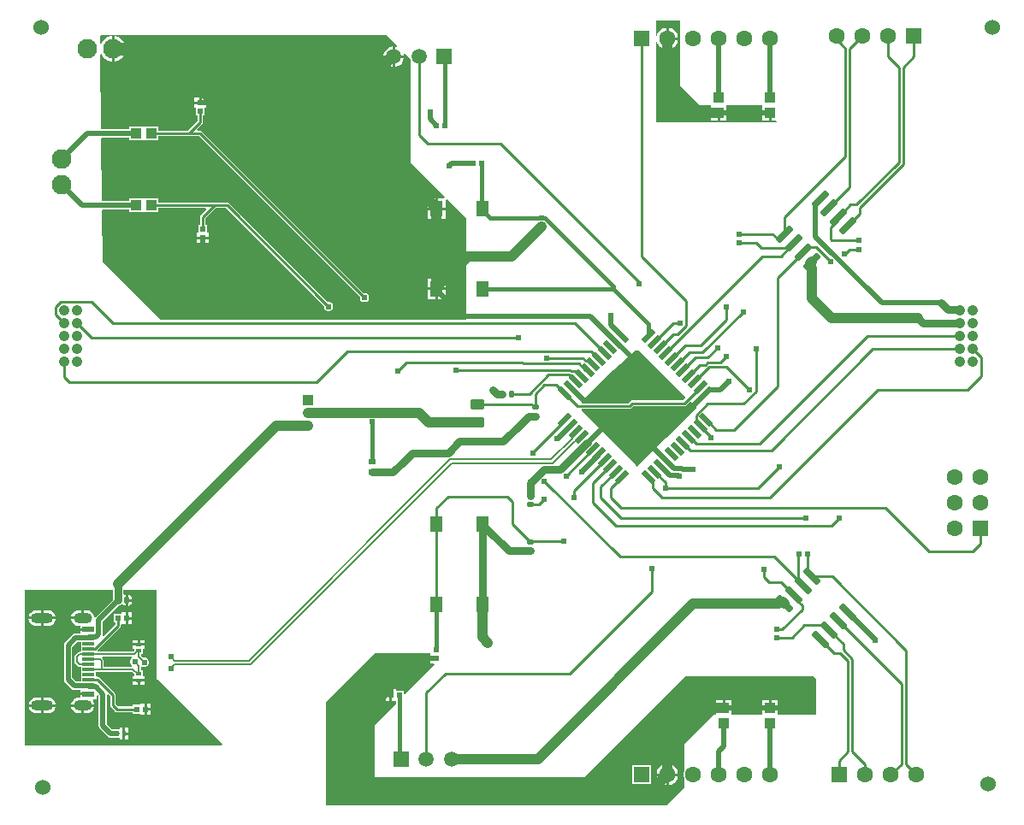
<source format=gtl>
G04*
G04 #@! TF.GenerationSoftware,Altium Limited,Altium Designer,25.5.2 (35)*
G04*
G04 Layer_Physical_Order=1*
G04 Layer_Color=255*
%FSLAX25Y25*%
%MOIN*%
G70*
G04*
G04 #@! TF.SameCoordinates,D66E9047-1B96-4A49-AC18-2C29B9855DE9*
G04*
G04*
G04 #@! TF.FilePolarity,Positive*
G04*
G01*
G75*
%ADD12C,0.01000*%
%ADD19R,0.05118X0.06102*%
%ADD20R,0.02362X0.02126*%
%ADD21R,0.02126X0.02362*%
G04:AMPARAMS|DCode=22|XSize=77.56mil|YSize=23.62mil|CornerRadius=2.95mil|HoleSize=0mil|Usage=FLASHONLY|Rotation=45.000|XOffset=0mil|YOffset=0mil|HoleType=Round|Shape=RoundedRectangle|*
%AMROUNDEDRECTD22*
21,1,0.07756,0.01772,0,0,45.0*
21,1,0.07165,0.02362,0,0,45.0*
1,1,0.00591,0.03160,0.01907*
1,1,0.00591,-0.01907,-0.03160*
1,1,0.00591,-0.03160,-0.01907*
1,1,0.00591,0.01907,0.03160*
%
%ADD22ROUNDEDRECTD22*%
%ADD23R,0.04016X0.04095*%
G04:AMPARAMS|DCode=24|XSize=40mil|YSize=55mil|CornerRadius=5mil|HoleSize=0mil|Usage=FLASHONLY|Rotation=90.000|XOffset=0mil|YOffset=0mil|HoleType=Round|Shape=RoundedRectangle|*
%AMROUNDEDRECTD24*
21,1,0.04000,0.04500,0,0,90.0*
21,1,0.03000,0.05500,0,0,90.0*
1,1,0.01000,0.02250,0.01500*
1,1,0.01000,0.02250,-0.01500*
1,1,0.01000,-0.02250,-0.01500*
1,1,0.01000,-0.02250,0.01500*
%
%ADD24ROUNDEDRECTD24*%
G04:AMPARAMS|DCode=25|XSize=59.06mil|YSize=19.68mil|CornerRadius=0mil|HoleSize=0mil|Usage=FLASHONLY|Rotation=45.000|XOffset=0mil|YOffset=0mil|HoleType=Round|Shape=Rectangle|*
%AMROTATEDRECTD25*
4,1,4,-0.01392,-0.02784,-0.02784,-0.01392,0.01392,0.02784,0.02784,0.01392,-0.01392,-0.02784,0.0*
%
%ADD25ROTATEDRECTD25*%

G04:AMPARAMS|DCode=26|XSize=19.68mil|YSize=59.06mil|CornerRadius=0mil|HoleSize=0mil|Usage=FLASHONLY|Rotation=45.000|XOffset=0mil|YOffset=0mil|HoleType=Round|Shape=Rectangle|*
%AMROTATEDRECTD26*
4,1,4,0.01392,-0.02784,-0.02784,0.01392,-0.01392,0.02784,0.02784,-0.01392,0.01392,-0.02784,0.0*
%
%ADD26ROTATEDRECTD26*%

G04:AMPARAMS|DCode=27|XSize=23.62mil|YSize=21.26mil|CornerRadius=5.63mil|HoleSize=0mil|Usage=FLASHONLY|Rotation=180.000|XOffset=0mil|YOffset=0mil|HoleType=Round|Shape=RoundedRectangle|*
%AMROUNDEDRECTD27*
21,1,0.02362,0.00999,0,0,180.0*
21,1,0.01235,0.02126,0,0,180.0*
1,1,0.01127,-0.00618,0.00500*
1,1,0.01127,0.00618,0.00500*
1,1,0.01127,0.00618,-0.00500*
1,1,0.01127,-0.00618,-0.00500*
%
%ADD27ROUNDEDRECTD27*%
G04:AMPARAMS|DCode=28|XSize=77.56mil|YSize=23.62mil|CornerRadius=2.95mil|HoleSize=0mil|Usage=FLASHONLY|Rotation=315.000|XOffset=0mil|YOffset=0mil|HoleType=Round|Shape=RoundedRectangle|*
%AMROUNDEDRECTD28*
21,1,0.07756,0.01772,0,0,315.0*
21,1,0.07165,0.02362,0,0,315.0*
1,1,0.00591,0.01907,-0.03160*
1,1,0.00591,-0.03160,0.01907*
1,1,0.00591,-0.01907,0.03160*
1,1,0.00591,0.03160,-0.01907*
%
%ADD28ROUNDEDRECTD28*%
G04:AMPARAMS|DCode=29|XSize=23.62mil|YSize=21.26mil|CornerRadius=5.63mil|HoleSize=0mil|Usage=FLASHONLY|Rotation=270.000|XOffset=0mil|YOffset=0mil|HoleType=Round|Shape=RoundedRectangle|*
%AMROUNDEDRECTD29*
21,1,0.02362,0.00999,0,0,270.0*
21,1,0.01235,0.02126,0,0,270.0*
1,1,0.01127,-0.00500,-0.00618*
1,1,0.01127,-0.00500,0.00618*
1,1,0.01127,0.00500,0.00618*
1,1,0.01127,0.00500,-0.00618*
%
%ADD29ROUNDEDRECTD29*%
%ADD30R,0.02362X0.01378*%
%ADD31R,0.01378X0.02362*%
%ADD32R,0.02756X0.02362*%
%ADD33R,0.04095X0.04016*%
%ADD34R,0.04528X0.01181*%
%ADD35R,0.04528X0.02362*%
G04:AMPARAMS|DCode=59|XSize=39.37mil|YSize=70.87mil|CornerRadius=19.68mil|HoleSize=0mil|Usage=FLASHONLY|Rotation=270.000|XOffset=0mil|YOffset=0mil|HoleType=Round|Shape=RoundedRectangle|*
%AMROUNDEDRECTD59*
21,1,0.03937,0.03150,0,0,270.0*
21,1,0.00000,0.07087,0,0,270.0*
1,1,0.03937,-0.01575,0.00000*
1,1,0.03937,-0.01575,0.00000*
1,1,0.03937,0.01575,0.00000*
1,1,0.03937,0.01575,0.00000*
%
%ADD59ROUNDEDRECTD59*%
G04:AMPARAMS|DCode=60|XSize=39.37mil|YSize=86.61mil|CornerRadius=19.68mil|HoleSize=0mil|Usage=FLASHONLY|Rotation=270.000|XOffset=0mil|YOffset=0mil|HoleType=Round|Shape=RoundedRectangle|*
%AMROUNDEDRECTD60*
21,1,0.03937,0.04724,0,0,270.0*
21,1,0.00000,0.08661,0,0,270.0*
1,1,0.03937,-0.02362,0.00000*
1,1,0.03937,-0.02362,0.00000*
1,1,0.03937,0.02362,0.00000*
1,1,0.03937,0.02362,0.00000*
%
%ADD60ROUNDEDRECTD60*%
%ADD63C,0.00864*%
%ADD64C,0.04000*%
%ADD65C,0.03000*%
%ADD66C,0.00623*%
%ADD67C,0.02000*%
%ADD68C,0.01500*%
%ADD69C,0.05000*%
%ADD70C,0.06000*%
%ADD71C,0.06299*%
%ADD72R,0.06299X0.06299*%
%ADD73R,0.05937X0.05937*%
%ADD74C,0.05937*%
%ADD75C,0.07677*%
%ADD76C,0.06319*%
%ADD77R,0.06319X0.06319*%
%ADD78C,0.04213*%
%ADD79R,0.04000X0.04000*%
%ADD80C,0.04000*%
%ADD81C,0.02400*%
G36*
X147800Y298200D02*
X147541Y297752D01*
X146983Y297902D01*
X146961D01*
Y294433D01*
X150429D01*
Y294456D01*
X150280Y295013D01*
X150728Y295272D01*
X152807Y293193D01*
X152978Y292556D01*
X153000Y292517D01*
Y252500D01*
X166299Y239201D01*
X166092Y238701D01*
X163642D01*
Y235150D01*
X166701D01*
Y238092D01*
X167201Y238299D01*
X174500Y231000D01*
Y191500D01*
X55500D01*
X33000Y214000D01*
X32774Y234013D01*
X33125Y234369D01*
X43459D01*
Y233392D01*
X48746D01*
X48753Y233392D01*
X49246D01*
X49254Y233392D01*
X54541D01*
Y234878D01*
X73139D01*
X73330Y234417D01*
X71207Y232293D01*
X70964Y231929D01*
X70878Y231500D01*
X70878Y231500D01*
Y228356D01*
X70219D01*
Y225370D01*
X69819D01*
Y223807D01*
X72000D01*
X74181D01*
Y225370D01*
X73781D01*
Y228356D01*
X73122D01*
Y231035D01*
X76965Y234878D01*
X81035D01*
X119200Y196714D01*
Y196142D01*
X119474Y195480D01*
X119980Y194974D01*
X120642Y194700D01*
X121358D01*
X122020Y194974D01*
X122526Y195480D01*
X122800Y196142D01*
Y196858D01*
X122526Y197520D01*
X122020Y198026D01*
X121358Y198300D01*
X120786D01*
X82293Y236793D01*
X81929Y237036D01*
X81500Y237122D01*
X81500Y237122D01*
X76500D01*
X76500Y237122D01*
X76500Y237122D01*
X54541D01*
Y238608D01*
X49254D01*
X49246Y238608D01*
X48753D01*
X48746Y238608D01*
X43459D01*
Y237631D01*
X32733D01*
X32458Y262013D01*
X32809Y262369D01*
X43459D01*
Y261392D01*
X48746D01*
X48753Y261392D01*
X49246D01*
X49254Y261392D01*
X54541D01*
Y262878D01*
X66500D01*
X66500Y262878D01*
X66500Y262878D01*
X70535D01*
X133200Y200214D01*
Y199642D01*
X133474Y198980D01*
X133980Y198474D01*
X134642Y198200D01*
X135358D01*
X136020Y198474D01*
X136526Y198980D01*
X136800Y199642D01*
Y200358D01*
X136526Y201020D01*
X136020Y201526D01*
X135358Y201800D01*
X134786D01*
X71793Y264793D01*
X71429Y265036D01*
X71000Y265122D01*
X71000Y265122D01*
X69861D01*
X69670Y265583D01*
X71793Y267707D01*
X71793Y267707D01*
X72036Y268071D01*
X72122Y268500D01*
X72122Y268500D01*
Y270951D01*
X72781D01*
Y273937D01*
X73181D01*
Y275500D01*
X71000D01*
X68819D01*
Y273937D01*
X69219D01*
Y270951D01*
X69878D01*
Y268965D01*
X66035Y265122D01*
X54541D01*
Y266608D01*
X49254D01*
X49246Y266608D01*
X48753D01*
X48746Y266608D01*
X43459D01*
Y265631D01*
X32417D01*
X32087Y294833D01*
X32585Y294970D01*
X33128Y294029D01*
X34029Y293128D01*
X35132Y292491D01*
X36363Y292161D01*
X36500D01*
Y297000D01*
Y301839D01*
X36363D01*
X35132Y301509D01*
X34029Y300872D01*
X33128Y299971D01*
X32540Y298952D01*
X32222Y298969D01*
X32039Y299037D01*
X32004Y302145D01*
X32356Y302500D01*
X143500D01*
X147800Y298200D01*
D02*
G37*
G36*
X258000Y282500D02*
X265500Y275000D01*
X269992D01*
Y272606D01*
X273000D01*
X276008D01*
Y275000D01*
X289992D01*
Y272606D01*
X293000D01*
Y272106D01*
X293500D01*
Y269059D01*
X295334D01*
X295616Y268559D01*
X295581Y268500D01*
X248500D01*
Y299830D01*
X249000Y299895D01*
X249133Y299398D01*
X249679Y298452D01*
X250452Y297679D01*
X251398Y297133D01*
X252454Y296850D01*
X252500D01*
Y301000D01*
Y305150D01*
X252454D01*
X251398Y304867D01*
X250452Y304321D01*
X249679Y303548D01*
X249133Y302602D01*
X249000Y302105D01*
X248500Y302170D01*
Y308000D01*
X258000D01*
Y282500D01*
D02*
G37*
G36*
X260066Y161338D02*
X260069Y160838D01*
X259152Y159922D01*
X239373D01*
X238944Y159836D01*
X238580Y159593D01*
X238580Y159593D01*
X237808Y158822D01*
X219760D01*
X219565Y159282D01*
X229000Y169000D01*
X240500Y179500D01*
X241500D01*
X260066Y161338D01*
D02*
G37*
G36*
X264245Y157250D02*
X264245Y156750D01*
X241006Y134000D01*
X240500Y134506D01*
X219562Y156118D01*
X219757Y156578D01*
X238273D01*
X238273Y156578D01*
X238702Y156664D01*
X239066Y156907D01*
X239837Y157678D01*
X259617D01*
X259617Y157678D01*
X260046Y157764D01*
X260410Y158007D01*
X261924Y159520D01*
X264245Y157250D01*
D02*
G37*
G36*
X54000Y51500D02*
X79538Y25962D01*
X79347Y25500D01*
X2500D01*
Y86000D01*
X36859D01*
Y82048D01*
X30218Y75407D01*
X30008Y75424D01*
X29695Y75547D01*
X29664Y75783D01*
X29365Y76505D01*
X28889Y77125D01*
X28269Y77601D01*
X27547Y77900D01*
X26772Y78002D01*
X25697D01*
Y75008D01*
X25197D01*
Y74508D01*
X20694D01*
X20730Y74233D01*
X21029Y73511D01*
X21505Y72891D01*
X22125Y72415D01*
X22847Y72116D01*
X23622Y72014D01*
X24197D01*
Y71098D01*
X27461D01*
Y70098D01*
X24197D01*
Y69080D01*
X22449D01*
X21824Y68956D01*
X21295Y68602D01*
X18347Y65654D01*
X17993Y65124D01*
X17869Y64500D01*
Y51000D01*
X17993Y50376D01*
X18347Y49847D01*
X20795Y47398D01*
X21325Y47044D01*
X21949Y46920D01*
X24197D01*
Y45902D01*
X27461D01*
Y44902D01*
X24197D01*
Y43986D01*
X23622D01*
X22847Y43884D01*
X22125Y43585D01*
X21505Y43109D01*
X21029Y42489D01*
X20730Y41767D01*
X20694Y41492D01*
X25197D01*
X29700D01*
X29664Y41767D01*
X29365Y42489D01*
X29187Y42720D01*
X29434Y43220D01*
X30724D01*
Y44687D01*
X31216Y44906D01*
X31468Y44705D01*
Y32900D01*
X31593Y32276D01*
X31946Y31747D01*
X34846Y28846D01*
X35376Y28493D01*
X36000Y28369D01*
X37431D01*
Y28219D01*
X39591D01*
Y27819D01*
X40780D01*
Y30000D01*
Y32181D01*
X39591D01*
Y31781D01*
X37431D01*
Y31631D01*
X36676D01*
X34731Y33576D01*
Y44976D01*
X35231Y45183D01*
X35878Y44535D01*
Y41086D01*
X35878Y41086D01*
X35964Y40657D01*
X36207Y40293D01*
X37793Y38707D01*
X37793Y38707D01*
X38157Y38464D01*
X38586Y38378D01*
X38586Y38378D01*
X44644D01*
Y37719D01*
X47630D01*
Y37319D01*
X49193D01*
Y39500D01*
X49693D01*
D01*
X49193D01*
Y41681D01*
X47630D01*
Y41281D01*
X44644D01*
Y40622D01*
X39050D01*
X38122Y41550D01*
Y45000D01*
X38036Y45429D01*
X37793Y45793D01*
X37793Y45793D01*
X31683Y51903D01*
X31319Y52146D01*
X30890Y52232D01*
X30890Y52232D01*
X30324D01*
Y54118D01*
X44355D01*
X45219Y53254D01*
Y52409D01*
X44819D01*
Y51221D01*
X47000D01*
X49181D01*
Y52409D01*
X48781D01*
Y54568D01*
X47929D01*
Y55849D01*
X47962Y55889D01*
X48429Y56142D01*
X48892Y55950D01*
X49608D01*
X50270Y56224D01*
X50776Y56730D01*
X51050Y57392D01*
Y58108D01*
X50776Y58770D01*
X50270Y59276D01*
X49608Y59550D01*
X48892D01*
X48802Y59513D01*
X47929Y60385D01*
Y60931D01*
X48781D01*
Y63091D01*
X49181D01*
Y64280D01*
X47000D01*
X44819D01*
Y63091D01*
X45219D01*
Y62246D01*
X44855Y61882D01*
X31156D01*
X30949Y62382D01*
X39793Y71226D01*
X40036Y71590D01*
X40122Y72019D01*
X40122Y72019D01*
Y72402D01*
X40323Y72819D01*
X41886D01*
Y75000D01*
Y77181D01*
X40323D01*
Y76781D01*
X37337D01*
Y73219D01*
X37878D01*
Y72484D01*
X33247Y67853D01*
X32856Y68114D01*
X32835Y68147D01*
X32956Y68755D01*
Y73531D01*
X39355Y79929D01*
X39819Y80022D01*
X40161Y80250D01*
X40759Y80255D01*
X41276Y79910D01*
X41886Y79788D01*
Y82000D01*
Y84212D01*
X41641Y84163D01*
X41141Y84556D01*
Y86000D01*
X54000D01*
Y51500D01*
D02*
G37*
G36*
X24597Y65668D02*
Y63699D01*
Y62143D01*
Y61882D01*
X23953D01*
X23953Y61882D01*
X23597Y61811D01*
X23296Y61610D01*
X23296Y61610D01*
X22343Y60657D01*
X22141Y60356D01*
X22071Y60000D01*
Y58000D01*
X22141Y57644D01*
X22343Y57343D01*
X23327Y56359D01*
X23629Y56157D01*
X23984Y56086D01*
X24597D01*
Y55825D01*
Y53857D01*
Y51888D01*
Y50332D01*
Y50182D01*
X22625D01*
X21131Y51676D01*
Y63824D01*
X23124Y65817D01*
X24597D01*
Y65668D01*
D02*
G37*
G36*
X44478Y59539D02*
X44478Y59523D01*
X43974Y59020D01*
X43700Y58358D01*
Y57642D01*
X43974Y56980D01*
X44478Y56477D01*
X44478Y56462D01*
X44375Y55977D01*
X33429D01*
Y58469D01*
X33359Y58824D01*
X33157Y59126D01*
X32759Y59523D01*
X32915Y59989D01*
X32942Y60023D01*
X44375D01*
X44478Y59539D01*
D02*
G37*
G36*
X160819Y61370D02*
Y59807D01*
X163000D01*
Y58807D01*
X160819D01*
Y57244D01*
X162091D01*
X162282Y56782D01*
X150818Y45318D01*
X150356Y45509D01*
Y46781D01*
X147370D01*
Y47181D01*
X145807D01*
Y45000D01*
Y42819D01*
X147317D01*
Y41816D01*
X139000Y33500D01*
Y13000D01*
X220500D01*
X260000Y52500D01*
X310000D01*
X311000Y51500D01*
Y37500D01*
X296008D01*
Y39394D01*
X293000D01*
X289992D01*
Y37500D01*
X278008D01*
Y39394D01*
X275000D01*
X271992D01*
Y37500D01*
X271000D01*
X259500Y26000D01*
Y15425D01*
X259250Y14494D01*
Y13506D01*
X259500Y12575D01*
Y9000D01*
X252500Y2000D01*
X120000D01*
Y42500D01*
X139000Y61500D01*
X160373D01*
X160819Y61370D01*
D02*
G37*
%LPC*%
G36*
X37637Y301839D02*
X37500D01*
Y297500D01*
X41839D01*
Y297637D01*
X41509Y298868D01*
X40872Y299971D01*
X39971Y300872D01*
X38868Y301509D01*
X37637Y301839D01*
D02*
G37*
G36*
X145961Y297902D02*
X145938D01*
X144929Y297631D01*
X144024Y297109D01*
X143285Y296370D01*
X142763Y295465D01*
X142492Y294456D01*
Y294433D01*
X145961D01*
Y297902D01*
D02*
G37*
G36*
X41839Y296500D02*
X37500D01*
Y292161D01*
X37637D01*
X38868Y292491D01*
X39971Y293128D01*
X40872Y294029D01*
X41509Y295132D01*
X41839Y296363D01*
Y296500D01*
D02*
G37*
G36*
X150429Y293433D02*
X146961D01*
Y289965D01*
X146983D01*
X147992Y290235D01*
X148897Y290757D01*
X149636Y291496D01*
X150159Y292401D01*
X150429Y293411D01*
Y293433D01*
D02*
G37*
G36*
X145961D02*
X142492D01*
Y293411D01*
X142763Y292401D01*
X143285Y291496D01*
X144024Y290757D01*
X144929Y290235D01*
X145938Y289965D01*
X145961D01*
Y293433D01*
D02*
G37*
G36*
X73181Y278063D02*
X71500D01*
Y276500D01*
X73181D01*
Y278063D01*
D02*
G37*
G36*
X70500D02*
X68819D01*
Y276500D01*
X70500D01*
Y278063D01*
D02*
G37*
G36*
X162642Y238701D02*
X159583D01*
Y235150D01*
X162642D01*
Y238701D01*
D02*
G37*
G36*
X166701Y234150D02*
X163642D01*
Y230598D01*
X166701D01*
Y234150D01*
D02*
G37*
G36*
X162642D02*
X159583D01*
Y230598D01*
X162642D01*
Y234150D01*
D02*
G37*
G36*
X74181Y222807D02*
X72500D01*
Y221244D01*
X74181D01*
Y222807D01*
D02*
G37*
G36*
X71500D02*
X69819D01*
Y221244D01*
X71500D01*
Y222807D01*
D02*
G37*
G36*
X166701Y207402D02*
X163642D01*
Y203850D01*
X166701D01*
Y207402D01*
D02*
G37*
G36*
X162642D02*
X159583D01*
Y203850D01*
X162642D01*
Y207402D01*
D02*
G37*
G36*
X166701Y202850D02*
X163642D01*
Y199299D01*
X166701D01*
Y202850D01*
D02*
G37*
G36*
X162642D02*
X159583D01*
Y199299D01*
X162642D01*
Y202850D01*
D02*
G37*
G36*
X253546Y305150D02*
X253500D01*
Y301500D01*
X257150D01*
Y301546D01*
X256867Y302602D01*
X256321Y303548D01*
X255548Y304321D01*
X254602Y304867D01*
X253546Y305150D01*
D02*
G37*
G36*
X257150Y300500D02*
X253500D01*
Y296850D01*
X253546D01*
X254602Y297133D01*
X255548Y297679D01*
X256321Y298452D01*
X256867Y299398D01*
X257150Y300454D01*
Y300500D01*
D02*
G37*
G36*
X292500Y271606D02*
X289992D01*
Y269059D01*
X292500D01*
Y271606D01*
D02*
G37*
G36*
X276008D02*
X273500D01*
Y269059D01*
X276008D01*
Y271606D01*
D02*
G37*
G36*
X272500D02*
X269992D01*
Y269059D01*
X272500D01*
Y271606D01*
D02*
G37*
G36*
X42886Y84212D02*
Y82500D01*
X44479D01*
Y82618D01*
X44358Y83228D01*
X44013Y83745D01*
X43495Y84090D01*
X42886Y84212D01*
D02*
G37*
G36*
X44479Y81500D02*
X42886D01*
Y79788D01*
X43495Y79910D01*
X44013Y80255D01*
X44358Y80772D01*
X44479Y81382D01*
Y81500D01*
D02*
G37*
G36*
X11811Y78002D02*
X9949D01*
Y75508D01*
X14739D01*
X14703Y75783D01*
X14404Y76505D01*
X13928Y77125D01*
X13308Y77601D01*
X12586Y77900D01*
X11811Y78002D01*
D02*
G37*
G36*
X24697D02*
X23622D01*
X22847Y77900D01*
X22125Y77601D01*
X21505Y77125D01*
X21029Y76505D01*
X20730Y75783D01*
X20694Y75508D01*
X24697D01*
Y78002D01*
D02*
G37*
G36*
X8949D02*
X7087D01*
X6312Y77900D01*
X5590Y77601D01*
X4969Y77125D01*
X4494Y76505D01*
X4194Y75783D01*
X4158Y75508D01*
X8949D01*
Y78002D01*
D02*
G37*
G36*
X44449Y77181D02*
X42886D01*
Y75500D01*
X44449D01*
Y77181D01*
D02*
G37*
G36*
Y74500D02*
X42886D01*
Y72819D01*
X44449D01*
Y74500D01*
D02*
G37*
G36*
X14739Y74508D02*
X9949D01*
Y72014D01*
X11811D01*
X12586Y72116D01*
X13308Y72415D01*
X13928Y72891D01*
X14404Y73511D01*
X14703Y74233D01*
X14739Y74508D01*
D02*
G37*
G36*
X8949D02*
X4158D01*
X4194Y74233D01*
X4494Y73511D01*
X4969Y72891D01*
X5590Y72415D01*
X6312Y72116D01*
X7087Y72014D01*
X8949D01*
Y74508D01*
D02*
G37*
G36*
X49181Y66469D02*
X47500D01*
Y65280D01*
X49181D01*
Y66469D01*
D02*
G37*
G36*
X46500D02*
X44819D01*
Y65280D01*
X46500D01*
Y66469D01*
D02*
G37*
G36*
X49181Y50221D02*
X47500D01*
Y49031D01*
X49181D01*
Y50221D01*
D02*
G37*
G36*
X46500D02*
X44819D01*
Y49031D01*
X46500D01*
Y50221D01*
D02*
G37*
G36*
X11811Y43986D02*
X9949D01*
Y41492D01*
X14739D01*
X14703Y41767D01*
X14404Y42489D01*
X13928Y43109D01*
X13308Y43585D01*
X12586Y43884D01*
X11811Y43986D01*
D02*
G37*
G36*
X8949D02*
X7087D01*
X6312Y43884D01*
X5590Y43585D01*
X4969Y43109D01*
X4494Y42489D01*
X4194Y41767D01*
X4158Y41492D01*
X8949D01*
Y43986D01*
D02*
G37*
G36*
X51756Y41681D02*
X50193D01*
Y40000D01*
X51756D01*
Y41681D01*
D02*
G37*
G36*
X29700Y40492D02*
X25697D01*
Y37998D01*
X26772D01*
X27547Y38100D01*
X28269Y38399D01*
X28889Y38875D01*
X29365Y39495D01*
X29664Y40217D01*
X29700Y40492D01*
D02*
G37*
G36*
X24697D02*
X20694D01*
X20730Y40217D01*
X21029Y39495D01*
X21505Y38875D01*
X22125Y38399D01*
X22847Y38100D01*
X23622Y37998D01*
X24697D01*
Y40492D01*
D02*
G37*
G36*
X14739D02*
X9949D01*
Y37998D01*
X11811D01*
X12586Y38100D01*
X13308Y38399D01*
X13928Y38875D01*
X14404Y39495D01*
X14703Y40217D01*
X14739Y40492D01*
D02*
G37*
G36*
X8949D02*
X4158D01*
X4194Y40217D01*
X4494Y39495D01*
X4969Y38875D01*
X5590Y38399D01*
X6312Y38100D01*
X7087Y37998D01*
X8949D01*
Y40492D01*
D02*
G37*
G36*
X51756Y39000D02*
X50193D01*
Y37319D01*
X51756D01*
Y39000D01*
D02*
G37*
G36*
X42968Y32181D02*
X41780D01*
Y30500D01*
X42968D01*
Y32181D01*
D02*
G37*
G36*
Y29500D02*
X41780D01*
Y27819D01*
X42968D01*
Y29500D01*
D02*
G37*
G36*
X144807Y47181D02*
X143244D01*
Y45500D01*
X144807D01*
Y47181D01*
D02*
G37*
G36*
Y44500D02*
X143244D01*
Y42819D01*
X144807D01*
Y44500D01*
D02*
G37*
G36*
X296008Y42941D02*
X293500D01*
Y40394D01*
X296008D01*
Y42941D01*
D02*
G37*
G36*
X278008D02*
X275500D01*
Y40394D01*
X278008D01*
Y42941D01*
D02*
G37*
G36*
X292500D02*
X289992D01*
Y40394D01*
X292500D01*
Y42941D01*
D02*
G37*
G36*
X274500D02*
X271992D01*
Y40394D01*
X274500D01*
Y42941D01*
D02*
G37*
G36*
X253546Y18150D02*
X253500D01*
Y14500D01*
X257150D01*
Y14546D01*
X256867Y15602D01*
X256321Y16548D01*
X255548Y17321D01*
X254602Y17867D01*
X253546Y18150D01*
D02*
G37*
G36*
X252500D02*
X252454D01*
X251398Y17867D01*
X250452Y17321D01*
X249679Y16548D01*
X249133Y15602D01*
X248850Y14546D01*
Y14500D01*
X252500D01*
Y18150D01*
D02*
G37*
G36*
X246750Y17750D02*
X239250D01*
Y10250D01*
X246750D01*
Y17750D01*
D02*
G37*
G36*
X257150Y13500D02*
X253500D01*
Y9850D01*
X253546D01*
X254602Y10133D01*
X255548Y10679D01*
X256321Y11452D01*
X256867Y12398D01*
X257150Y13454D01*
Y13500D01*
D02*
G37*
G36*
X252500D02*
X248850D01*
Y13454D01*
X249133Y12398D01*
X249679Y11452D01*
X250452Y10679D01*
X251398Y10133D01*
X252454Y9850D01*
X252500D01*
Y13500D01*
D02*
G37*
%LPD*%
D12*
X324011Y218807D02*
X327500D01*
X322204Y217000D02*
X324011Y218807D01*
X322000Y217000D02*
X322204D01*
X316500Y214000D02*
Y214088D01*
X311024Y219563D02*
X316500Y214088D01*
X307799Y219563D02*
X311024D01*
X305892Y217656D02*
X307799Y219563D01*
X300449Y219285D02*
X302356Y221192D01*
X289715Y219285D02*
X300449D01*
X287693Y221307D02*
X289715Y219285D01*
X281000Y221307D02*
X287693D01*
X297165Y216000D02*
X300449Y219285D01*
X303985Y89551D02*
X305892Y87644D01*
X303985Y89551D02*
Y99677D01*
X304307Y100000D01*
X294535Y99000D02*
X303985Y89551D01*
X295500Y70693D02*
X297693D01*
X305500Y78500D01*
Y80001D01*
X302356Y83145D02*
X305500Y80001D01*
X302356Y83145D02*
Y84108D01*
X188000Y260000D02*
X241341Y206659D01*
X242000Y205500D02*
Y205879D01*
X241341Y206538D02*
Y206659D01*
Y206538D02*
X242000Y205879D01*
X163142Y80350D02*
Y111650D01*
X288268Y125768D02*
X296500Y134000D01*
X252232Y125768D02*
X288268D01*
X206000Y176500D02*
X219993D01*
X221177Y175317D02*
X222683D01*
X219993Y176500D02*
X221177Y175317D01*
X200500Y139636D02*
X212940Y152075D01*
Y152211D01*
X200500Y139500D02*
Y139636D01*
X202904Y119404D02*
X205000Y121500D01*
X199597Y119404D02*
X202904D01*
X38586Y39500D02*
X46307D01*
X37000Y41086D02*
X38586Y39500D01*
X37000Y41086D02*
Y45000D01*
X30890Y51110D02*
X37000Y45000D01*
X27461Y51110D02*
X30890D01*
X39000Y72019D02*
Y75000D01*
X29993Y63012D02*
X39000Y72019D01*
X27551Y63012D02*
X29993D01*
X27461Y62921D02*
X27551Y63012D01*
X264441Y151375D02*
X265833Y149984D01*
X264441Y151375D02*
Y152882D01*
X264177Y153147D02*
X264441Y152882D01*
X264177Y153147D02*
Y154058D01*
X268671Y158553D01*
X282805D01*
X287500Y163247D01*
Y180000D01*
X270000Y145500D02*
Y145658D01*
X265833Y149825D02*
X270000Y145658D01*
X265833Y149825D02*
Y149984D01*
X247000Y85328D02*
Y94500D01*
X215086Y53414D02*
X247000Y85328D01*
X215000Y53500D02*
X215086Y53414D01*
X166500Y53500D02*
X215000D01*
X159158Y46158D02*
X166500Y53500D01*
X159158Y20000D02*
Y46158D01*
X159500Y260000D02*
X188000D01*
X156303Y263197D02*
X159500Y260000D01*
X156303Y263197D02*
Y293933D01*
X163142Y111650D02*
Y118142D01*
X167500Y122500D01*
X190500D01*
X192500Y120500D01*
Y111693D02*
Y120500D01*
Y111693D02*
X198858Y105335D01*
Y105251D02*
Y105335D01*
Y105251D02*
X199416Y104693D01*
X199500D01*
X212940Y162789D02*
X218029Y157700D01*
X238273D01*
X239373Y158800D01*
X259617D01*
X265833Y165016D01*
X273600Y174600D02*
X276000Y177000D01*
X268700Y174600D02*
X273600D01*
X265686Y173732D02*
X267832D01*
X268700Y174600D01*
X261379Y169471D02*
X261425D01*
X265686Y173732D01*
X268661Y176661D02*
X272500Y180500D01*
X264115Y176661D02*
X268661D01*
X259152Y171698D02*
X264115Y176661D01*
X266000Y181500D02*
X276000Y191500D01*
Y196500D01*
X254698Y176152D02*
X260046Y181500D01*
X266000D01*
X261800Y178800D02*
X266800D01*
X282500Y194500D01*
X256925Y173925D02*
X261800Y178800D01*
X252471Y178379D02*
X290092Y216000D01*
X297165D01*
X260300Y189047D02*
Y198700D01*
X243000Y216000D02*
Y301000D01*
Y216000D02*
X260300Y198700D01*
X256947Y185694D02*
X260300Y189047D01*
X255331Y185694D02*
X256947D01*
X250244Y180606D02*
X255331Y185694D01*
X199500Y119307D02*
X199597Y119404D01*
X212347Y104847D02*
X212500Y105000D01*
X199653Y104847D02*
X212347D01*
X199500Y104693D02*
X199653Y104847D01*
X213500Y130500D02*
X224075Y141075D01*
X216500Y122000D02*
X216608Y122108D01*
Y124700D01*
X228529Y136621D01*
X170500Y171600D02*
X215300D01*
X215400Y171500D01*
X218936Y169471D02*
X219621D01*
X215400Y171500D02*
X216907D01*
X218936Y169471D01*
X206737Y170000D02*
X214637D01*
X217394Y167244D01*
X199237Y162500D02*
X206737Y170000D01*
X192193Y162500D02*
X199237D01*
X148000Y171500D02*
X151300Y174800D01*
X196304D01*
X196904Y174200D01*
X218661D01*
X221163Y171698D01*
X221848D01*
X66500Y264000D02*
X71000Y268500D01*
Y272614D01*
X66500Y264000D02*
X71000D01*
X72000Y231500D02*
X76500Y236000D01*
X72000Y226693D02*
Y231500D01*
X76500Y236000D02*
X81500D01*
X121000Y196500D01*
X51894Y236000D02*
X76500D01*
X71000Y264000D02*
X135000Y200000D01*
X51894Y264000D02*
X66500D01*
X28500Y184500D02*
X195000D01*
X23000Y190000D02*
X28500Y184500D01*
X28794Y198206D02*
X37000Y190000D01*
X216908D02*
X228529Y178379D01*
X37000Y190000D02*
X216908D01*
X16672Y198206D02*
X28794D01*
X14794Y196328D02*
X16672Y198206D01*
X14794Y193206D02*
Y196328D01*
Y193206D02*
X18000Y190000D01*
X222683Y175317D02*
X224075Y173925D01*
X223470Y178984D02*
X226302Y176152D01*
X221948Y179000D02*
X221963Y178984D01*
X223470D01*
X128251Y179000D02*
X221948D01*
X116165Y166914D02*
X128251Y179000D01*
X20086Y166914D02*
X116165D01*
X18000Y169000D02*
X20086Y166914D01*
X18000Y169000D02*
Y175000D01*
X201348Y157193D02*
X201500D01*
X200041Y158500D02*
X201348Y157193D01*
X179000Y158500D02*
X200041D01*
X209729Y166000D02*
X212940Y162789D01*
X205000Y166000D02*
X209729D01*
X201500Y162500D02*
X205000Y166000D01*
X201500Y157193D02*
Y162500D01*
X248017Y182833D02*
X255183Y190000D01*
X258000D01*
X264249Y143000D02*
X289000D01*
X331000Y185000D02*
X367000D01*
X289000Y143000D02*
X331000Y185000D01*
X261379Y145529D02*
X261719D01*
X264249Y143000D01*
X259152Y143302D02*
X261954Y140500D01*
X293500D01*
X333000Y180000D02*
X367000D01*
X293500Y140500D02*
X333000Y180000D01*
X251000Y122000D02*
X293000D01*
X335000Y164000D01*
X247181Y125819D02*
X251000Y122000D01*
X335000Y164000D02*
X370000D01*
X375206Y169206D02*
Y176794D01*
X370000Y164000D02*
X375206Y169206D01*
X372000Y180000D02*
X375206Y176794D01*
X247181Y125819D02*
Y128548D01*
X245789Y129939D02*
X247181Y128548D01*
X252232Y125768D02*
Y127951D01*
X248017Y132167D02*
X252232Y127951D01*
X268060Y152211D02*
X268289D01*
X272000Y148500D01*
X279000D01*
X296000Y165500D01*
Y207765D01*
X305892Y217656D01*
X276000Y173000D02*
X285000Y164000D01*
X269363Y173000D02*
X276000D01*
X234500Y99000D02*
X294535D01*
X205000Y128500D02*
X234500Y99000D01*
X290500Y91000D02*
Y94000D01*
X297464Y89000D02*
X302356Y84108D01*
X290500Y91000D02*
X292500Y89000D01*
X297464D01*
X235000Y114000D02*
X307000D01*
X227000Y122000D02*
X235000Y114000D01*
X263606Y167244D02*
X269363Y173000D01*
X227000Y122000D02*
Y126183D01*
X232983Y132167D01*
X317000Y111000D02*
X320000Y114000D01*
X233000Y111000D02*
X317000D01*
X224000Y120000D02*
X233000Y111000D01*
X224000Y120000D02*
Y127637D01*
X230756Y134394D01*
X231000Y125729D02*
X235211Y129939D01*
X231000Y122000D02*
Y125729D01*
Y122000D02*
X235000Y118000D01*
X338000D01*
X355000Y101000D01*
X372000D01*
X375000Y104000D01*
Y110000D01*
D19*
X163142Y80350D02*
D03*
Y111650D02*
D03*
X180858Y80350D02*
D03*
Y111650D02*
D03*
Y234650D02*
D03*
Y203350D02*
D03*
X163142Y234650D02*
D03*
Y203350D02*
D03*
D20*
X281000Y224693D02*
D03*
Y221307D02*
D03*
X327500Y218807D02*
D03*
Y222193D02*
D03*
X295500Y70693D02*
D03*
Y67307D02*
D03*
X138000Y151614D02*
D03*
Y155000D02*
D03*
X163000Y62693D02*
D03*
Y59307D02*
D03*
X72000Y226693D02*
D03*
Y223307D02*
D03*
X71000Y272614D02*
D03*
Y276000D02*
D03*
D21*
X307693Y100000D02*
D03*
X304307D02*
D03*
X42386Y75000D02*
D03*
X39000D02*
D03*
X49693Y39500D02*
D03*
X46307D02*
D03*
X145307Y45000D02*
D03*
X148693D02*
D03*
X166386Y267000D02*
D03*
X163000D02*
D03*
X177307Y252500D02*
D03*
X180693D02*
D03*
D22*
X312573Y238479D02*
D03*
X316108Y234944D02*
D03*
X319644Y231408D02*
D03*
X323180Y227873D02*
D03*
X309427Y214121D02*
D03*
X305892Y217656D02*
D03*
X302356Y221192D02*
D03*
X298820Y224727D02*
D03*
D23*
X293000Y272106D02*
D03*
Y277894D02*
D03*
X273000Y272106D02*
D03*
Y277894D02*
D03*
X275000Y39894D02*
D03*
Y34106D02*
D03*
X293000Y39894D02*
D03*
Y34106D02*
D03*
D24*
X179000Y151500D02*
D03*
Y158500D02*
D03*
D25*
X212940Y152211D02*
D03*
X215167Y149984D02*
D03*
X217394Y147756D02*
D03*
X219621Y145529D02*
D03*
X221848Y143302D02*
D03*
X224075Y141075D02*
D03*
X226302Y138848D02*
D03*
X228529Y136621D02*
D03*
X230756Y134394D02*
D03*
X232983Y132167D02*
D03*
X235211Y129939D02*
D03*
X268060Y162789D02*
D03*
X265833Y165016D02*
D03*
X263606Y167244D02*
D03*
X261379Y169471D02*
D03*
X259152Y171698D02*
D03*
X256925Y173925D02*
D03*
X254698Y176152D02*
D03*
X252471Y178379D02*
D03*
X250244Y180606D02*
D03*
X248017Y182833D02*
D03*
X245789Y185061D02*
D03*
D26*
Y129939D02*
D03*
X248017Y132167D02*
D03*
X250244Y134394D02*
D03*
X252471Y136621D02*
D03*
X254698Y138848D02*
D03*
X256925Y141075D02*
D03*
X259152Y143302D02*
D03*
X261379Y145529D02*
D03*
X263606Y147756D02*
D03*
X265833Y149984D02*
D03*
X268060Y152211D02*
D03*
X235211Y185061D02*
D03*
X232983Y182833D02*
D03*
X230756Y180606D02*
D03*
X228529Y178379D02*
D03*
X226302Y176152D02*
D03*
X224075Y173925D02*
D03*
X221848Y171698D02*
D03*
X219621Y169471D02*
D03*
X217394Y167244D02*
D03*
X215167Y165016D02*
D03*
X212940Y162789D02*
D03*
D27*
X199500Y122693D02*
D03*
Y119307D02*
D03*
Y104693D02*
D03*
Y101307D02*
D03*
X204000Y227614D02*
D03*
Y231000D02*
D03*
X201500Y153807D02*
D03*
Y157193D02*
D03*
D28*
X309427Y91180D02*
D03*
X305892Y87644D02*
D03*
X302356Y84108D02*
D03*
X298820Y80573D02*
D03*
X312573Y66821D02*
D03*
X316108Y70356D02*
D03*
X319644Y73892D02*
D03*
X323180Y77427D02*
D03*
D29*
X39000Y82000D02*
D03*
X42386D02*
D03*
X188807Y162500D02*
D03*
X192193D02*
D03*
D30*
X47000Y62221D02*
D03*
Y64780D02*
D03*
Y53280D02*
D03*
Y50721D02*
D03*
D31*
X38721Y30000D02*
D03*
X41280D02*
D03*
D32*
X138000Y132130D02*
D03*
Y135870D02*
D03*
D33*
X51894Y264000D02*
D03*
X46106D02*
D03*
X51894Y236000D02*
D03*
X46106D02*
D03*
D34*
X27461Y64890D02*
D03*
Y62921D02*
D03*
Y60953D02*
D03*
Y58984D02*
D03*
Y57016D02*
D03*
Y55047D02*
D03*
Y53079D02*
D03*
Y51110D02*
D03*
D35*
Y48551D02*
D03*
Y67449D02*
D03*
Y70598D02*
D03*
Y45402D02*
D03*
D59*
X25197Y40992D02*
D03*
Y75008D02*
D03*
D60*
X9449Y40992D02*
D03*
Y75008D02*
D03*
D63*
X317006Y222193D02*
X327500D01*
X316500Y222699D02*
X317006Y222193D01*
X316500Y222699D02*
Y227235D01*
X319644Y230379D01*
Y231408D01*
X281000Y224693D02*
X294021D01*
X295874Y222840D01*
X296933D01*
X298820Y224727D01*
X307520Y93086D02*
X309427Y91180D01*
X307520Y93086D02*
Y99827D01*
X307693Y100000D01*
X295500Y67307D02*
X295693Y67500D01*
X301500D01*
X306263Y72263D01*
X314201D01*
X316108Y70356D01*
X346000Y18000D02*
Y62500D01*
X317320Y91180D02*
X346000Y62500D01*
X309427Y91180D02*
X317320D01*
X346000Y18000D02*
X350000Y14000D01*
X298820Y224727D02*
Y231321D01*
X322336Y254836D02*
Y297164D01*
X298820Y231321D02*
X322336Y254836D01*
X320530Y298971D02*
X322336Y297164D01*
X320530Y298971D02*
Y299000D01*
X319000Y300529D02*
Y302000D01*
Y300529D02*
X320530Y299000D01*
X324000Y297000D02*
X329000Y302000D01*
X316108Y234944D02*
X324000Y242835D01*
Y297000D01*
X323180Y227873D02*
X328000Y232693D01*
Y235052D02*
X344832Y251884D01*
X328000Y232693D02*
Y235052D01*
X324420Y236184D02*
X326779D01*
X319644Y231408D02*
X324420Y236184D01*
X326779D02*
X343168Y252574D01*
Y289832D01*
X339000Y294000D02*
Y302000D01*
Y294000D02*
X343168Y289832D01*
X344832Y251884D02*
Y289832D01*
X349000Y294000D02*
Y302000D01*
X344832Y289832D02*
X349000Y294000D01*
X319644Y73892D02*
X344168Y49367D01*
Y18168D02*
Y49367D01*
X340000Y14000D02*
X344168Y18168D01*
X321500Y62606D02*
X325000Y59106D01*
X316108Y70356D02*
X321500Y64964D01*
Y62606D02*
Y64964D01*
X320252Y61500D02*
X323336Y58416D01*
X312573Y66821D02*
X317893Y61500D01*
X320252D01*
X323336Y22836D02*
Y58416D01*
X320000Y14000D02*
Y19500D01*
X323336Y22836D01*
X330000Y14000D02*
Y18000D01*
X325000Y23000D02*
Y59106D01*
Y23000D02*
X330000Y18000D01*
D64*
X129000Y32000D02*
X144000Y47000D01*
X192394Y216008D02*
X204000Y227614D01*
X175307Y216008D02*
X192394D01*
X163142Y203842D02*
Y234650D01*
Y203350D02*
Y203842D01*
Y202858D02*
Y203350D01*
X261394Y272106D02*
X273000D01*
X253000Y280500D02*
X261394Y272106D01*
X253000Y280500D02*
Y301000D01*
X267394Y39894D02*
X275000D01*
X253000Y25500D02*
X267394Y39894D01*
X253000Y14000D02*
Y25500D01*
X131343Y5000D02*
X244000D01*
X129000Y7343D02*
X131343Y5000D01*
X244000D02*
X253000Y14000D01*
X129000Y7343D02*
Y32000D01*
X317000Y192000D02*
X350500D01*
X309427Y199573D02*
X317000Y192000D01*
X309427Y199573D02*
Y211465D01*
X308678Y212213D02*
X309427Y211465D01*
X308678Y212213D02*
Y213372D01*
X309427Y214121D01*
X163142Y203842D02*
X175307Y216008D01*
X298072Y81322D02*
X298820Y80573D01*
X296914Y81322D02*
X298072D01*
X296165Y80573D02*
X296914Y81322D01*
X263073Y80573D02*
X296165D01*
X202500Y20000D02*
X263073Y80573D01*
X169000Y20000D02*
X202500D01*
X145937Y293933D02*
X146461D01*
X140832Y288828D02*
X145937Y293933D01*
X134828Y288828D02*
X140832D01*
X132000Y286000D02*
X134828Y288828D01*
X132000Y266283D02*
Y286000D01*
Y266283D02*
X163142Y235142D01*
Y234650D02*
Y235142D01*
X180858Y67642D02*
X183000Y65500D01*
X180858Y67642D02*
Y80350D01*
X159875Y151500D02*
X179000D01*
X156375Y155000D02*
X159875Y151500D01*
X138000Y155000D02*
X156375D01*
X113000D02*
X138000D01*
X100500Y150000D02*
X113000D01*
X39000Y88500D02*
X100500Y150000D01*
D65*
X199500Y127667D02*
X204891Y133058D01*
X180858Y111158D02*
Y111650D01*
Y80350D02*
Y111158D01*
X150500Y136500D02*
X153500Y139500D01*
X146130Y132130D02*
X150500Y136500D01*
X167590Y139500D02*
X171940Y143850D01*
X153500Y139500D02*
X167590D01*
X189150Y143850D02*
X196500Y151200D01*
X171940Y143850D02*
X189150D01*
X196500Y151200D02*
X199107Y153807D01*
X201500D01*
X185000Y164000D02*
X186500Y162500D01*
X188807D01*
X138000Y132130D02*
X146130D01*
X221756Y143302D02*
X221848D01*
X213447Y134994D02*
X221756Y143302D01*
X213327Y134994D02*
X213447D01*
X211391Y133058D02*
X213327Y134994D01*
X204891Y133058D02*
X211391D01*
X199500Y122693D02*
Y127667D01*
X191201Y101307D02*
X199500D01*
X182409Y110098D02*
X191201Y101307D01*
X181917Y110098D02*
X182409D01*
X180858Y111158D02*
X181917Y110098D01*
X39000Y82000D02*
Y88500D01*
X359500Y198000D02*
X362268Y195232D01*
X366768D01*
X367000Y195000D01*
X350500Y192000D02*
X352500Y190000D01*
X367000D01*
D66*
X32500Y55047D02*
Y58469D01*
X31984Y58984D02*
X32500Y58469D01*
X27461Y58984D02*
X31984D01*
X32500Y55047D02*
X44740D01*
X59500Y55500D02*
Y55577D01*
X61000Y57077D01*
X59500Y60000D02*
X61000Y58500D01*
X47000Y60000D02*
Y62221D01*
Y60000D02*
X49250Y57750D01*
X45500Y58000D02*
X47000Y56500D01*
Y53280D02*
Y56500D01*
X61000Y58500D02*
X90000D01*
X46508Y53280D02*
X47000D01*
X44740Y55047D02*
X46508Y53280D01*
X27461Y55047D02*
X32500D01*
X46508Y62221D02*
X47000D01*
X45240Y60953D02*
X46508Y62221D01*
X27461Y60953D02*
X45240D01*
X23953D02*
X27461D01*
X23000Y60000D02*
X23953Y60953D01*
X23000Y58000D02*
X23984Y57016D01*
X23000Y58000D02*
Y60000D01*
X23984Y57016D02*
X27461D01*
X216002Y146364D02*
X217394Y147756D01*
X216002Y145144D02*
Y146364D01*
X168392Y136892D02*
X207751D01*
X90000Y58500D02*
X168392Y136892D01*
X207751D02*
X216002Y145144D01*
X61000Y57077D02*
X90589D01*
X217008Y144137D02*
X218229D01*
X208340Y135469D02*
X217008Y144137D01*
X168982Y135469D02*
X208340D01*
X90589Y57077D02*
X168982Y135469D01*
X218229Y144137D02*
X219621Y145529D01*
D67*
X229000Y160000D02*
X233000D01*
X220183D02*
X229000D01*
X145307Y45000D02*
Y50807D01*
X163142Y202858D02*
X173249Y192751D01*
X223066D01*
X232983Y182833D01*
X240500Y168500D02*
Y175317D01*
X262924Y133077D02*
X263000Y133000D01*
X258883Y133077D02*
X262924D01*
X258660Y133300D02*
X258883Y133077D01*
X255814Y133300D02*
X258660D01*
X252493Y136621D02*
X255814Y133300D01*
X252471Y136621D02*
X252493D01*
X273659Y164159D02*
X277000Y167500D01*
X269430Y164159D02*
X273659D01*
X268060Y162789D02*
X269430Y164159D01*
X252500Y156500D02*
X261771D01*
X78392Y274500D02*
X78500D01*
X76892Y276000D02*
X78392Y274500D01*
X71000Y276000D02*
X76892D01*
X72000Y220000D02*
X76000Y216000D01*
X72000Y220000D02*
Y223307D01*
X160500Y272500D02*
X160576Y272424D01*
Y269542D02*
Y272424D01*
Y269542D02*
X163000Y267118D01*
Y267000D02*
Y267118D01*
X168000Y251500D02*
X168108D01*
X169108Y252500D01*
X177307D01*
X336500Y198000D02*
X359500D01*
X310666Y223834D02*
X336500Y198000D01*
X310666Y223834D02*
Y236573D01*
X312573Y238479D01*
X273000Y272106D02*
X293000D01*
X299894Y39894D02*
X306500Y46500D01*
X293000Y39894D02*
X299894D01*
X275000D02*
X293000D01*
X334000Y66500D02*
Y66607D01*
X323180Y77427D02*
X334000Y66607D01*
X153807Y59307D02*
X163000D01*
X145307Y50807D02*
X153807Y59307D01*
X210076Y145077D02*
X210260D01*
X215167Y149984D01*
X210000Y145000D02*
X210076Y145077D01*
X36000Y30000D02*
X38721D01*
X33100Y32900D02*
X36000Y30000D01*
X33100Y32900D02*
Y45470D01*
X30200Y48370D02*
X33100Y45470D01*
X27642Y48370D02*
X30200D01*
X27461Y48551D02*
X27642Y48370D01*
X22449Y67449D02*
X27461D01*
X19500Y64500D02*
X22449Y67449D01*
X19500Y51000D02*
Y64500D01*
Y51000D02*
X21949Y48551D01*
X27461D01*
X39000Y81882D02*
Y82000D01*
X31324Y74206D02*
X39000Y81882D01*
X31324Y68755D02*
Y74206D01*
X30200Y67630D02*
X31324Y68755D01*
X27642Y67630D02*
X30200D01*
X27461Y67449D02*
X27642Y67630D01*
X219500Y132000D02*
Y132024D01*
X226302Y138826D01*
Y138848D01*
X25000Y236000D02*
X46106D01*
X17000Y244000D02*
X25000Y236000D01*
X27000Y264000D02*
X46106D01*
X17000Y254000D02*
X27000Y264000D01*
X231000Y193000D02*
X231001Y192999D01*
Y189270D02*
Y192999D01*
Y189270D02*
X235211Y185061D01*
X257423Y130577D02*
X257500Y130500D01*
X254083Y130577D02*
X257423D01*
X250266Y134394D02*
X254083Y130577D01*
X250244Y134394D02*
X250266D01*
X242500Y146500D02*
Y151500D01*
X242569Y146500D02*
X252448Y136621D01*
X242500Y146500D02*
X242569D01*
X252448Y136621D02*
X252471D01*
X221848Y143324D02*
X231000Y152477D01*
Y152500D02*
X231108D01*
X233032Y154423D02*
X235924D01*
X221848Y143302D02*
Y143324D01*
X231000Y152477D02*
Y152500D01*
X231108D02*
X233032Y154423D01*
X235924D02*
X236000Y154500D01*
X247000Y156500D02*
X252500D01*
X232983Y182833D02*
X240500Y175317D01*
Y166000D02*
Y168500D01*
X215167Y165016D02*
X220183Y160000D01*
X261771Y156500D02*
X268060Y162789D01*
X275000Y25019D02*
Y34106D01*
X273000Y23020D02*
X275000Y25019D01*
X273000Y14000D02*
Y23020D01*
X293000Y14000D02*
Y34106D01*
X273000Y277894D02*
Y301000D01*
X293000Y277894D02*
Y301000D01*
D68*
X232150Y203350D02*
Y204202D01*
X205388Y230964D02*
X232150Y204202D01*
X204036Y230964D02*
X205388D01*
X204000Y231000D02*
X204036Y230964D01*
X180858Y234157D02*
Y234650D01*
Y234157D02*
X184016Y231000D01*
X204000D01*
X180693Y234815D02*
X180858Y234650D01*
X180693Y234815D02*
Y252500D01*
X163000Y62693D02*
Y80209D01*
X232150Y203350D02*
X245789Y189711D01*
Y185061D02*
Y189711D01*
X180858Y203350D02*
X232150D01*
X138000Y135870D02*
Y151614D01*
X166386Y267000D02*
Y293693D01*
X166146Y293933D02*
X166386Y293693D01*
X148693Y20622D02*
X149315Y20000D01*
X148693Y20622D02*
Y45000D01*
D69*
X86717Y266283D02*
X132000D01*
X78500Y274500D02*
X86717Y266283D01*
X56000Y297000D02*
X78500Y274500D01*
X37000Y297000D02*
X56000D01*
D70*
X379500Y305500D02*
D03*
X9500Y9000D02*
D03*
X378000Y10500D02*
D03*
X9000Y305500D02*
D03*
D71*
X319000Y302000D02*
D03*
X329000D02*
D03*
X339000D02*
D03*
X253000Y301000D02*
D03*
X263000D02*
D03*
X273000D02*
D03*
X283000D02*
D03*
X293000D02*
D03*
X253000Y14000D02*
D03*
X263000D02*
D03*
X273000D02*
D03*
X283000D02*
D03*
X293000D02*
D03*
X350000D02*
D03*
X340000D02*
D03*
X330000D02*
D03*
D72*
X349000Y302000D02*
D03*
X243000Y301000D02*
D03*
Y14000D02*
D03*
X320000D02*
D03*
D73*
X166146Y293933D02*
D03*
X149315Y20000D02*
D03*
D74*
X156303Y293933D02*
D03*
X146461D02*
D03*
X159158Y20000D02*
D03*
X169000D02*
D03*
D75*
X17000Y254000D02*
D03*
Y244000D02*
D03*
X37000Y297000D02*
D03*
X27000D02*
D03*
D76*
X365000Y130000D02*
D03*
X375000D02*
D03*
X365000Y120000D02*
D03*
X375000D02*
D03*
X365000Y110000D02*
D03*
D77*
X375000D02*
D03*
D78*
X367000Y195000D02*
D03*
X372000Y175000D02*
D03*
X367000D02*
D03*
X372000Y180000D02*
D03*
X367000D02*
D03*
X372000Y185000D02*
D03*
X367000D02*
D03*
X372000Y190000D02*
D03*
X367000D02*
D03*
X372000Y195000D02*
D03*
X18000D02*
D03*
X23000Y175000D02*
D03*
X18000D02*
D03*
X23000Y180000D02*
D03*
X18000D02*
D03*
X23000Y185000D02*
D03*
X18000D02*
D03*
X23000Y190000D02*
D03*
X18000D02*
D03*
X23000Y195000D02*
D03*
D79*
X113000Y160000D02*
D03*
D80*
Y155000D02*
D03*
Y150000D02*
D03*
D81*
X322000Y217000D02*
D03*
X316500Y214000D02*
D03*
X167590Y139500D02*
D03*
X196500Y151200D02*
D03*
X185000Y164000D02*
D03*
X86717Y266283D02*
D03*
X132000D02*
D03*
X191500Y216000D02*
D03*
X199000Y223000D02*
D03*
X199500Y128000D02*
D03*
X150500Y136500D02*
D03*
X263000Y133000D02*
D03*
X277000Y167500D02*
D03*
X228500Y155000D02*
D03*
X239000Y146500D02*
D03*
X245000Y149000D02*
D03*
X239500Y152000D02*
D03*
X240000Y162000D02*
D03*
X251000D02*
D03*
X246500Y164500D02*
D03*
X234000Y165500D02*
D03*
X248000Y151500D02*
D03*
X236500Y149500D02*
D03*
X244500Y163000D02*
D03*
X236500Y163500D02*
D03*
X78500Y274500D02*
D03*
X76000Y216000D02*
D03*
X160500Y272500D02*
D03*
X168000Y251500D02*
D03*
X306500Y46500D02*
D03*
X334000Y66500D02*
D03*
X183000Y65500D02*
D03*
X296500Y134000D02*
D03*
X206000Y176500D02*
D03*
X200500Y139500D02*
D03*
X210000Y145000D02*
D03*
X205000Y121500D02*
D03*
X59500Y55500D02*
D03*
Y60000D02*
D03*
X49250Y57750D02*
D03*
X45500Y58000D02*
D03*
X205000Y128500D02*
D03*
X287500Y180000D02*
D03*
X270000Y145500D02*
D03*
X247000Y94500D02*
D03*
X242000Y205500D02*
D03*
X276000Y177000D02*
D03*
X272500Y180500D02*
D03*
X276000Y196500D02*
D03*
X282500Y194500D02*
D03*
X212500Y105000D02*
D03*
X213500Y130500D02*
D03*
X216500Y122000D02*
D03*
X219500Y132000D02*
D03*
X170500Y171600D02*
D03*
X148000Y171500D02*
D03*
X121000Y196500D02*
D03*
X135000Y200000D02*
D03*
X195000Y184500D02*
D03*
X359500Y198000D02*
D03*
X350500Y192000D02*
D03*
X258000Y190000D02*
D03*
X231000Y193000D02*
D03*
X257500Y130500D02*
D03*
X252232Y125768D02*
D03*
X242500Y146500D02*
D03*
X231000Y152500D02*
D03*
X229000Y160000D02*
D03*
X240500Y168500D02*
D03*
X252500Y156500D02*
D03*
X242500Y151500D02*
D03*
X247000Y156500D02*
D03*
X240500Y166000D02*
D03*
X233000Y160000D02*
D03*
X236000Y154500D02*
D03*
X285000Y164000D02*
D03*
X290500Y94000D02*
D03*
X307000Y114000D02*
D03*
X320000D02*
D03*
M02*

</source>
